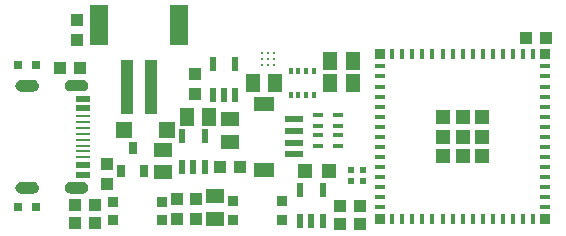
<source format=gbr>
G04 EAGLE Gerber RS-274X export*
G75*
%MOMM*%
%FSLAX34Y34*%
%LPD*%
%INSolderpaste Top*%
%IPPOS*%
%AMOC8*
5,1,8,0,0,1.08239X$1,22.5*%
G01*
%ADD10R,1.500000X1.240000*%
%ADD11R,0.550000X1.200000*%
%ADD12R,1.400000X1.400000*%
%ADD13R,1.000000X4.600000*%
%ADD14R,1.600000X3.400000*%
%ADD15R,0.800000X0.800000*%
%ADD16R,1.075000X1.000000*%
%ADD17R,1.240000X1.500000*%
%ADD18R,0.900000X0.900000*%
%ADD19R,1.000000X1.075000*%
%ADD20R,0.635000X1.016000*%
%ADD21R,1.150000X0.575000*%
%ADD22R,1.150000X0.275000*%
%ADD23R,0.406400X0.812800*%
%ADD24R,0.812800X0.406400*%
%ADD25R,0.812800X0.812800*%
%ADD26R,1.193800X1.193800*%
%ADD27C,0.275000*%
%ADD28R,1.550000X0.600000*%
%ADD29R,1.800000X1.200000*%
%ADD30R,0.500000X0.500000*%
%ADD31R,0.350000X0.500000*%
%ADD32R,1.200000X1.300000*%
%ADD33R,0.900000X0.450000*%

G36*
X61468Y152649D02*
X61468Y152649D01*
X61469Y152649D01*
X62542Y152770D01*
X62543Y152771D01*
X62544Y152770D01*
X63564Y153127D01*
X63564Y153128D01*
X63565Y153128D01*
X64480Y153703D01*
X64481Y153703D01*
X65245Y154468D01*
X65820Y155383D01*
X65820Y155384D01*
X65821Y155384D01*
X66178Y156404D01*
X66178Y156405D01*
X66177Y156405D01*
X66178Y156406D01*
X66178Y156410D01*
X66179Y156415D01*
X66180Y156420D01*
X66182Y156440D01*
X66182Y156444D01*
X66182Y156445D01*
X66183Y156449D01*
X66183Y156450D01*
X66183Y156454D01*
X66184Y156459D01*
X66185Y156464D01*
X66185Y156469D01*
X66186Y156474D01*
X66186Y156479D01*
X66188Y156499D01*
X66189Y156499D01*
X66189Y156504D01*
X66190Y156509D01*
X66190Y156514D01*
X66191Y156519D01*
X66191Y156524D01*
X66192Y156529D01*
X66192Y156534D01*
X66193Y156539D01*
X66195Y156559D01*
X66196Y156564D01*
X66196Y156569D01*
X66197Y156574D01*
X66197Y156579D01*
X66198Y156584D01*
X66199Y156589D01*
X66199Y156594D01*
X66202Y156618D01*
X66202Y156623D01*
X66203Y156623D01*
X66202Y156623D01*
X66203Y156628D01*
X66204Y156633D01*
X66204Y156638D01*
X66205Y156643D01*
X66205Y156648D01*
X66206Y156653D01*
X66209Y156678D01*
X66209Y156683D01*
X66210Y156688D01*
X66210Y156693D01*
X66211Y156698D01*
X66211Y156703D01*
X66212Y156708D01*
X66213Y156713D01*
X66215Y156733D01*
X66215Y156738D01*
X66216Y156743D01*
X66216Y156748D01*
X66217Y156748D01*
X66216Y156748D01*
X66217Y156753D01*
X66218Y156758D01*
X66218Y156762D01*
X66218Y156763D01*
X66219Y156767D01*
X66219Y156768D01*
X66219Y156772D01*
X66222Y156792D01*
X66222Y156797D01*
X66223Y156802D01*
X66223Y156807D01*
X66224Y156812D01*
X66224Y156817D01*
X66225Y156822D01*
X66225Y156827D01*
X66226Y156832D01*
X66228Y156852D01*
X66229Y156857D01*
X66229Y156862D01*
X66230Y156867D01*
X66230Y156872D01*
X66231Y156872D01*
X66230Y156872D01*
X66231Y156877D01*
X66232Y156882D01*
X66232Y156887D01*
X66233Y156892D01*
X66235Y156912D01*
X66236Y156917D01*
X66236Y156921D01*
X66236Y156922D01*
X66237Y156926D01*
X66237Y156927D01*
X66237Y156931D01*
X66238Y156936D01*
X66238Y156941D01*
X66239Y156946D01*
X66242Y156971D01*
X66242Y156976D01*
X66243Y156981D01*
X66243Y156986D01*
X66244Y156991D01*
X66244Y156996D01*
X66245Y156996D01*
X66244Y156996D01*
X66245Y157001D01*
X66246Y157006D01*
X66248Y157031D01*
X66249Y157036D01*
X66250Y157041D01*
X66250Y157046D01*
X66251Y157051D01*
X66251Y157056D01*
X66252Y157061D01*
X66252Y157066D01*
X66255Y157085D01*
X66255Y157086D01*
X66255Y157090D01*
X66256Y157095D01*
X66256Y157100D01*
X66257Y157105D01*
X66257Y157110D01*
X66258Y157115D01*
X66258Y157120D01*
X66259Y157120D01*
X66258Y157120D01*
X66259Y157125D01*
X66261Y157145D01*
X66262Y157150D01*
X66262Y157155D01*
X66263Y157160D01*
X66264Y157165D01*
X66264Y157170D01*
X66265Y157175D01*
X66265Y157180D01*
X66266Y157185D01*
X66268Y157205D01*
X66269Y157210D01*
X66269Y157215D01*
X66270Y157220D01*
X66270Y157225D01*
X66271Y157230D01*
X66271Y157235D01*
X66272Y157239D01*
X66272Y157240D01*
X66272Y157244D01*
X66273Y157244D01*
X66272Y157245D01*
X66275Y157264D01*
X66275Y157269D01*
X66276Y157274D01*
X66276Y157279D01*
X66277Y157284D01*
X66278Y157289D01*
X66278Y157294D01*
X66279Y157299D01*
X66281Y157324D01*
X66282Y157329D01*
X66283Y157334D01*
X66283Y157339D01*
X66284Y157344D01*
X66284Y157349D01*
X66285Y157354D01*
X66285Y157359D01*
X66288Y157384D01*
X66289Y157389D01*
X66289Y157394D01*
X66290Y157398D01*
X66290Y157399D01*
X66290Y157403D01*
X66290Y157404D01*
X66291Y157408D01*
X66292Y157413D01*
X66292Y157418D01*
X66294Y157438D01*
X66295Y157443D01*
X66295Y157448D01*
X66296Y157453D01*
X66297Y157458D01*
X66297Y157463D01*
X66298Y157468D01*
X66298Y157473D01*
X66299Y157478D01*
X66299Y157479D01*
X66299Y157480D01*
X66299Y157481D01*
X66172Y158611D01*
X66171Y158611D01*
X66171Y158612D01*
X65796Y159686D01*
X65795Y159686D01*
X65795Y159687D01*
X65190Y160650D01*
X65189Y160650D01*
X65189Y160651D01*
X64385Y161455D01*
X64384Y161455D01*
X64384Y161456D01*
X63421Y162061D01*
X63420Y162061D01*
X63420Y162062D01*
X62346Y162437D01*
X62345Y162437D01*
X62345Y162438D01*
X61215Y162565D01*
X61214Y162565D01*
X51562Y162565D01*
X51561Y162565D01*
X51312Y162537D01*
X51268Y162532D01*
X51224Y162527D01*
X51180Y162522D01*
X50651Y162462D01*
X50607Y162457D01*
X50563Y162452D01*
X50562Y162452D01*
X50518Y162447D01*
X50431Y162438D01*
X50431Y162437D01*
X50430Y162437D01*
X49356Y162062D01*
X49356Y162061D01*
X49355Y162061D01*
X48392Y161456D01*
X48392Y161455D01*
X48391Y161455D01*
X47587Y160651D01*
X47587Y160650D01*
X47586Y160650D01*
X46981Y159687D01*
X46981Y159686D01*
X46980Y159686D01*
X46605Y158612D01*
X46605Y158611D01*
X46604Y158611D01*
X46602Y158592D01*
X46602Y158587D01*
X46601Y158582D01*
X46601Y158577D01*
X46600Y158572D01*
X46600Y158567D01*
X46599Y158562D01*
X46598Y158558D01*
X46598Y158557D01*
X46598Y158553D01*
X46598Y158552D01*
X46596Y158533D01*
X46595Y158528D01*
X46595Y158523D01*
X46594Y158523D01*
X46595Y158523D01*
X46594Y158518D01*
X46593Y158513D01*
X46593Y158508D01*
X46592Y158503D01*
X46592Y158498D01*
X46591Y158493D01*
X46589Y158473D01*
X46588Y158468D01*
X46588Y158463D01*
X46587Y158458D01*
X46587Y158453D01*
X46586Y158448D01*
X46586Y158443D01*
X46585Y158438D01*
X46584Y158433D01*
X46582Y158413D01*
X46582Y158408D01*
X46581Y158403D01*
X46581Y158399D01*
X46580Y158398D01*
X46581Y158398D01*
X46580Y158394D01*
X46580Y158393D01*
X46579Y158389D01*
X46579Y158384D01*
X46578Y158379D01*
X46578Y158374D01*
X46575Y158354D01*
X46575Y158349D01*
X46574Y158344D01*
X46574Y158339D01*
X46573Y158334D01*
X46573Y158329D01*
X46572Y158324D01*
X46572Y158319D01*
X46571Y158314D01*
X46569Y158294D01*
X46568Y158289D01*
X46568Y158284D01*
X46567Y158279D01*
X46567Y158274D01*
X46566Y158274D01*
X46567Y158274D01*
X46566Y158269D01*
X46565Y158264D01*
X46565Y158259D01*
X46564Y158254D01*
X46562Y158235D01*
X46562Y158234D01*
X46561Y158230D01*
X46561Y158225D01*
X46560Y158220D01*
X46560Y158215D01*
X46559Y158210D01*
X46559Y158205D01*
X46558Y158200D01*
X46558Y158195D01*
X46555Y158175D01*
X46555Y158170D01*
X46554Y158165D01*
X46554Y158160D01*
X46553Y158155D01*
X46553Y158150D01*
X46552Y158150D01*
X46553Y158150D01*
X46552Y158145D01*
X46551Y158140D01*
X46551Y158135D01*
X46549Y158115D01*
X46548Y158110D01*
X46547Y158105D01*
X46547Y158100D01*
X46546Y158095D01*
X46546Y158090D01*
X46545Y158085D01*
X46545Y158081D01*
X46545Y158080D01*
X46544Y158076D01*
X46544Y158075D01*
X46542Y158056D01*
X46541Y158051D01*
X46541Y158046D01*
X46540Y158041D01*
X46540Y158036D01*
X46539Y158031D01*
X46539Y158026D01*
X46538Y158026D01*
X46539Y158026D01*
X46538Y158021D01*
X46537Y158016D01*
X46535Y157996D01*
X46535Y157991D01*
X46534Y157986D01*
X46533Y157981D01*
X46533Y157976D01*
X46532Y157971D01*
X46532Y157966D01*
X46531Y157961D01*
X46528Y157936D01*
X46528Y157931D01*
X46527Y157926D01*
X46527Y157922D01*
X46527Y157921D01*
X46526Y157917D01*
X46526Y157916D01*
X46526Y157912D01*
X46525Y157907D01*
X46525Y157902D01*
X46524Y157902D01*
X46525Y157902D01*
X46522Y157877D01*
X46521Y157872D01*
X46521Y157867D01*
X46520Y157862D01*
X46519Y157857D01*
X46519Y157852D01*
X46518Y157847D01*
X46518Y157842D01*
X46515Y157817D01*
X46514Y157812D01*
X46514Y157807D01*
X46513Y157802D01*
X46513Y157797D01*
X46512Y157792D01*
X46512Y157787D01*
X46511Y157782D01*
X46508Y157758D01*
X46508Y157757D01*
X46508Y157753D01*
X46507Y157748D01*
X46507Y157743D01*
X46506Y157738D01*
X46505Y157733D01*
X46505Y157728D01*
X46504Y157723D01*
X46502Y157698D01*
X46501Y157693D01*
X46500Y157688D01*
X46500Y157683D01*
X46499Y157678D01*
X46499Y157673D01*
X46498Y157668D01*
X46498Y157663D01*
X46495Y157643D01*
X46495Y157638D01*
X46494Y157633D01*
X46494Y157628D01*
X46493Y157623D01*
X46493Y157618D01*
X46492Y157613D01*
X46491Y157608D01*
X46491Y157604D01*
X46491Y157603D01*
X46489Y157584D01*
X46488Y157579D01*
X46488Y157574D01*
X46487Y157569D01*
X46486Y157564D01*
X46486Y157559D01*
X46485Y157554D01*
X46485Y157549D01*
X46484Y157544D01*
X46482Y157524D01*
X46481Y157519D01*
X46481Y157514D01*
X46480Y157509D01*
X46480Y157504D01*
X46479Y157499D01*
X46479Y157494D01*
X46478Y157489D01*
X46477Y157484D01*
X46477Y157481D01*
X46478Y157480D01*
X46477Y157479D01*
X46598Y156406D01*
X46599Y156405D01*
X46598Y156404D01*
X46955Y155384D01*
X46956Y155384D01*
X46956Y155383D01*
X47531Y154468D01*
X48296Y153703D01*
X49211Y153128D01*
X49212Y153128D01*
X49212Y153127D01*
X50232Y152770D01*
X50233Y152771D01*
X50234Y152770D01*
X51307Y152649D01*
X51308Y152649D01*
X61468Y152649D01*
X61468Y152649D01*
G37*
G36*
X19685Y152522D02*
X19685Y152522D01*
X19686Y152522D01*
X20759Y152643D01*
X20760Y152644D01*
X20761Y152643D01*
X21781Y153000D01*
X21781Y153001D01*
X21782Y153001D01*
X22697Y153576D01*
X22698Y153576D01*
X23462Y154341D01*
X24037Y155256D01*
X24037Y155257D01*
X24038Y155257D01*
X24395Y156277D01*
X24395Y156278D01*
X24394Y156278D01*
X24395Y156279D01*
X24395Y156283D01*
X24396Y156288D01*
X24397Y156293D01*
X24399Y156313D01*
X24399Y156317D01*
X24399Y156318D01*
X24400Y156322D01*
X24400Y156323D01*
X24400Y156327D01*
X24401Y156332D01*
X24402Y156337D01*
X24402Y156342D01*
X24403Y156347D01*
X24403Y156352D01*
X24405Y156372D01*
X24406Y156372D01*
X24406Y156377D01*
X24407Y156382D01*
X24407Y156387D01*
X24408Y156392D01*
X24408Y156397D01*
X24409Y156402D01*
X24409Y156407D01*
X24410Y156412D01*
X24412Y156432D01*
X24413Y156437D01*
X24413Y156442D01*
X24414Y156447D01*
X24414Y156452D01*
X24415Y156457D01*
X24416Y156462D01*
X24416Y156467D01*
X24419Y156491D01*
X24419Y156496D01*
X24420Y156496D01*
X24419Y156496D01*
X24420Y156501D01*
X24421Y156506D01*
X24421Y156511D01*
X24422Y156516D01*
X24422Y156521D01*
X24423Y156526D01*
X24426Y156551D01*
X24426Y156556D01*
X24427Y156561D01*
X24427Y156566D01*
X24428Y156571D01*
X24428Y156576D01*
X24429Y156581D01*
X24430Y156586D01*
X24432Y156606D01*
X24432Y156611D01*
X24433Y156616D01*
X24433Y156621D01*
X24434Y156621D01*
X24433Y156621D01*
X24434Y156626D01*
X24435Y156631D01*
X24435Y156635D01*
X24435Y156636D01*
X24436Y156640D01*
X24436Y156641D01*
X24436Y156645D01*
X24439Y156665D01*
X24439Y156670D01*
X24440Y156675D01*
X24440Y156680D01*
X24441Y156685D01*
X24441Y156690D01*
X24442Y156695D01*
X24442Y156700D01*
X24443Y156705D01*
X24445Y156725D01*
X24446Y156730D01*
X24446Y156735D01*
X24447Y156740D01*
X24447Y156745D01*
X24448Y156745D01*
X24447Y156745D01*
X24448Y156750D01*
X24449Y156755D01*
X24449Y156760D01*
X24450Y156765D01*
X24452Y156785D01*
X24453Y156790D01*
X24453Y156794D01*
X24453Y156795D01*
X24454Y156799D01*
X24454Y156800D01*
X24454Y156804D01*
X24455Y156809D01*
X24455Y156814D01*
X24456Y156819D01*
X24459Y156844D01*
X24459Y156849D01*
X24460Y156854D01*
X24460Y156859D01*
X24461Y156864D01*
X24461Y156869D01*
X24462Y156869D01*
X24461Y156869D01*
X24462Y156874D01*
X24463Y156879D01*
X24465Y156904D01*
X24466Y156909D01*
X24467Y156914D01*
X24467Y156919D01*
X24468Y156924D01*
X24468Y156929D01*
X24469Y156934D01*
X24469Y156939D01*
X24472Y156958D01*
X24472Y156959D01*
X24472Y156963D01*
X24473Y156968D01*
X24473Y156973D01*
X24474Y156978D01*
X24474Y156983D01*
X24475Y156988D01*
X24475Y156993D01*
X24476Y156993D01*
X24475Y156993D01*
X24476Y156998D01*
X24478Y157018D01*
X24479Y157023D01*
X24479Y157028D01*
X24480Y157033D01*
X24481Y157038D01*
X24481Y157043D01*
X24482Y157048D01*
X24482Y157053D01*
X24483Y157058D01*
X24485Y157078D01*
X24486Y157083D01*
X24486Y157088D01*
X24487Y157093D01*
X24487Y157098D01*
X24488Y157103D01*
X24488Y157108D01*
X24489Y157112D01*
X24489Y157113D01*
X24489Y157117D01*
X24490Y157117D01*
X24489Y157118D01*
X24492Y157137D01*
X24492Y157142D01*
X24493Y157147D01*
X24493Y157152D01*
X24494Y157157D01*
X24495Y157162D01*
X24495Y157167D01*
X24496Y157172D01*
X24498Y157197D01*
X24499Y157202D01*
X24500Y157207D01*
X24500Y157212D01*
X24501Y157217D01*
X24501Y157222D01*
X24502Y157227D01*
X24502Y157232D01*
X24505Y157257D01*
X24506Y157262D01*
X24506Y157267D01*
X24507Y157271D01*
X24507Y157272D01*
X24507Y157276D01*
X24507Y157277D01*
X24508Y157281D01*
X24509Y157286D01*
X24509Y157291D01*
X24511Y157311D01*
X24512Y157316D01*
X24512Y157321D01*
X24513Y157326D01*
X24514Y157331D01*
X24514Y157336D01*
X24515Y157341D01*
X24515Y157346D01*
X24516Y157351D01*
X24516Y157352D01*
X24516Y157353D01*
X24516Y157354D01*
X24389Y158484D01*
X24388Y158484D01*
X24388Y158485D01*
X24013Y159559D01*
X24012Y159559D01*
X24012Y159560D01*
X23407Y160523D01*
X23406Y160523D01*
X23406Y160524D01*
X22602Y161328D01*
X22601Y161328D01*
X22601Y161329D01*
X21638Y161934D01*
X21637Y161934D01*
X21637Y161935D01*
X20563Y162310D01*
X20562Y162310D01*
X20562Y162311D01*
X19432Y162438D01*
X19431Y162438D01*
X9779Y162438D01*
X9778Y162438D01*
X9529Y162410D01*
X9485Y162405D01*
X9441Y162400D01*
X9397Y162395D01*
X8868Y162335D01*
X8824Y162330D01*
X8780Y162325D01*
X8779Y162325D01*
X8735Y162320D01*
X8648Y162311D01*
X8648Y162310D01*
X8647Y162310D01*
X7573Y161935D01*
X7573Y161934D01*
X7572Y161934D01*
X6609Y161329D01*
X6609Y161328D01*
X6608Y161328D01*
X5804Y160524D01*
X5804Y160523D01*
X5803Y160523D01*
X5198Y159560D01*
X5198Y159559D01*
X5197Y159559D01*
X4822Y158485D01*
X4822Y158484D01*
X4821Y158484D01*
X4819Y158465D01*
X4819Y158460D01*
X4818Y158455D01*
X4818Y158450D01*
X4817Y158445D01*
X4817Y158440D01*
X4816Y158435D01*
X4815Y158431D01*
X4815Y158430D01*
X4815Y158426D01*
X4815Y158425D01*
X4813Y158406D01*
X4812Y158401D01*
X4812Y158396D01*
X4811Y158396D01*
X4812Y158396D01*
X4811Y158391D01*
X4810Y158386D01*
X4810Y158381D01*
X4809Y158376D01*
X4809Y158371D01*
X4808Y158366D01*
X4806Y158346D01*
X4805Y158341D01*
X4805Y158336D01*
X4804Y158331D01*
X4804Y158326D01*
X4803Y158321D01*
X4803Y158316D01*
X4802Y158311D01*
X4801Y158306D01*
X4799Y158286D01*
X4799Y158281D01*
X4798Y158276D01*
X4798Y158272D01*
X4797Y158271D01*
X4798Y158271D01*
X4797Y158267D01*
X4797Y158266D01*
X4796Y158262D01*
X4796Y158257D01*
X4795Y158252D01*
X4795Y158247D01*
X4792Y158227D01*
X4792Y158222D01*
X4791Y158217D01*
X4791Y158212D01*
X4790Y158207D01*
X4790Y158202D01*
X4789Y158197D01*
X4789Y158192D01*
X4788Y158187D01*
X4786Y158167D01*
X4785Y158162D01*
X4785Y158157D01*
X4784Y158152D01*
X4784Y158147D01*
X4783Y158147D01*
X4784Y158147D01*
X4783Y158142D01*
X4782Y158137D01*
X4782Y158132D01*
X4781Y158127D01*
X4779Y158108D01*
X4779Y158107D01*
X4778Y158103D01*
X4778Y158098D01*
X4777Y158093D01*
X4777Y158088D01*
X4776Y158083D01*
X4776Y158078D01*
X4775Y158073D01*
X4775Y158068D01*
X4772Y158048D01*
X4772Y158043D01*
X4771Y158038D01*
X4771Y158033D01*
X4770Y158028D01*
X4770Y158023D01*
X4769Y158023D01*
X4770Y158023D01*
X4769Y158018D01*
X4768Y158013D01*
X4768Y158008D01*
X4766Y157988D01*
X4765Y157983D01*
X4764Y157978D01*
X4764Y157973D01*
X4763Y157968D01*
X4763Y157963D01*
X4762Y157958D01*
X4762Y157954D01*
X4762Y157953D01*
X4761Y157949D01*
X4761Y157948D01*
X4759Y157929D01*
X4758Y157924D01*
X4758Y157919D01*
X4757Y157914D01*
X4757Y157909D01*
X4756Y157904D01*
X4756Y157899D01*
X4755Y157899D01*
X4756Y157899D01*
X4755Y157894D01*
X4754Y157889D01*
X4752Y157869D01*
X4752Y157864D01*
X4751Y157859D01*
X4750Y157854D01*
X4750Y157849D01*
X4749Y157844D01*
X4749Y157839D01*
X4748Y157834D01*
X4745Y157809D01*
X4745Y157804D01*
X4744Y157799D01*
X4744Y157795D01*
X4744Y157794D01*
X4743Y157790D01*
X4743Y157789D01*
X4743Y157785D01*
X4742Y157780D01*
X4742Y157775D01*
X4741Y157775D01*
X4742Y157775D01*
X4739Y157750D01*
X4738Y157745D01*
X4738Y157740D01*
X4737Y157735D01*
X4736Y157730D01*
X4736Y157725D01*
X4735Y157720D01*
X4735Y157715D01*
X4732Y157690D01*
X4731Y157685D01*
X4731Y157680D01*
X4730Y157675D01*
X4730Y157670D01*
X4729Y157665D01*
X4729Y157660D01*
X4728Y157655D01*
X4725Y157631D01*
X4725Y157630D01*
X4725Y157626D01*
X4724Y157621D01*
X4724Y157616D01*
X4723Y157611D01*
X4722Y157606D01*
X4722Y157601D01*
X4721Y157596D01*
X4719Y157571D01*
X4718Y157566D01*
X4717Y157561D01*
X4717Y157556D01*
X4716Y157551D01*
X4716Y157546D01*
X4715Y157541D01*
X4715Y157536D01*
X4712Y157516D01*
X4712Y157511D01*
X4711Y157506D01*
X4711Y157501D01*
X4710Y157496D01*
X4710Y157491D01*
X4709Y157486D01*
X4708Y157481D01*
X4708Y157477D01*
X4708Y157476D01*
X4706Y157457D01*
X4705Y157452D01*
X4705Y157447D01*
X4704Y157442D01*
X4703Y157437D01*
X4703Y157432D01*
X4702Y157427D01*
X4702Y157422D01*
X4701Y157417D01*
X4699Y157397D01*
X4698Y157392D01*
X4698Y157387D01*
X4697Y157382D01*
X4697Y157377D01*
X4696Y157372D01*
X4696Y157367D01*
X4695Y157362D01*
X4694Y157357D01*
X4694Y157354D01*
X4695Y157353D01*
X4694Y157352D01*
X4815Y156279D01*
X4816Y156278D01*
X4815Y156277D01*
X5172Y155257D01*
X5173Y155257D01*
X5173Y155256D01*
X5748Y154341D01*
X6513Y153576D01*
X7428Y153001D01*
X7429Y153001D01*
X7429Y153000D01*
X8449Y152643D01*
X8450Y152644D01*
X8451Y152643D01*
X9524Y152522D01*
X9525Y152522D01*
X19685Y152522D01*
X19685Y152522D01*
G37*
G36*
X61595Y66162D02*
X61595Y66162D01*
X61596Y66162D01*
X62669Y66283D01*
X62670Y66284D01*
X62671Y66283D01*
X63691Y66640D01*
X63691Y66641D01*
X63692Y66641D01*
X64607Y67216D01*
X64608Y67216D01*
X65372Y67981D01*
X65947Y68896D01*
X65947Y68897D01*
X65948Y68897D01*
X66305Y69917D01*
X66305Y69918D01*
X66304Y69918D01*
X66305Y69919D01*
X66305Y69923D01*
X66306Y69928D01*
X66307Y69933D01*
X66309Y69953D01*
X66309Y69957D01*
X66309Y69958D01*
X66310Y69962D01*
X66310Y69963D01*
X66310Y69967D01*
X66311Y69972D01*
X66312Y69977D01*
X66312Y69982D01*
X66313Y69987D01*
X66313Y69992D01*
X66315Y70012D01*
X66316Y70012D01*
X66316Y70017D01*
X66317Y70022D01*
X66317Y70027D01*
X66318Y70032D01*
X66318Y70037D01*
X66319Y70042D01*
X66319Y70047D01*
X66320Y70052D01*
X66322Y70072D01*
X66323Y70077D01*
X66323Y70082D01*
X66324Y70087D01*
X66324Y70092D01*
X66325Y70097D01*
X66326Y70102D01*
X66326Y70107D01*
X66329Y70131D01*
X66329Y70136D01*
X66330Y70136D01*
X66329Y70136D01*
X66330Y70141D01*
X66331Y70146D01*
X66331Y70151D01*
X66332Y70156D01*
X66332Y70161D01*
X66333Y70166D01*
X66336Y70191D01*
X66336Y70196D01*
X66337Y70201D01*
X66337Y70206D01*
X66338Y70211D01*
X66338Y70216D01*
X66339Y70221D01*
X66340Y70226D01*
X66342Y70246D01*
X66342Y70251D01*
X66343Y70256D01*
X66343Y70261D01*
X66344Y70261D01*
X66343Y70261D01*
X66344Y70266D01*
X66345Y70271D01*
X66345Y70275D01*
X66345Y70276D01*
X66346Y70280D01*
X66346Y70281D01*
X66346Y70285D01*
X66349Y70305D01*
X66349Y70310D01*
X66350Y70315D01*
X66350Y70320D01*
X66351Y70325D01*
X66351Y70330D01*
X66352Y70335D01*
X66352Y70340D01*
X66353Y70345D01*
X66355Y70365D01*
X66356Y70370D01*
X66356Y70375D01*
X66357Y70380D01*
X66357Y70385D01*
X66358Y70385D01*
X66357Y70385D01*
X66358Y70390D01*
X66359Y70395D01*
X66359Y70400D01*
X66360Y70405D01*
X66362Y70425D01*
X66363Y70430D01*
X66363Y70434D01*
X66363Y70435D01*
X66364Y70439D01*
X66364Y70440D01*
X66364Y70444D01*
X66365Y70449D01*
X66365Y70454D01*
X66366Y70459D01*
X66369Y70484D01*
X66369Y70489D01*
X66370Y70494D01*
X66370Y70499D01*
X66371Y70504D01*
X66371Y70509D01*
X66372Y70509D01*
X66371Y70509D01*
X66372Y70514D01*
X66373Y70519D01*
X66375Y70544D01*
X66376Y70549D01*
X66377Y70554D01*
X66377Y70559D01*
X66378Y70564D01*
X66378Y70569D01*
X66379Y70574D01*
X66379Y70579D01*
X66382Y70598D01*
X66382Y70599D01*
X66382Y70603D01*
X66383Y70608D01*
X66383Y70613D01*
X66384Y70618D01*
X66384Y70623D01*
X66385Y70628D01*
X66385Y70633D01*
X66386Y70633D01*
X66385Y70633D01*
X66386Y70638D01*
X66388Y70658D01*
X66389Y70663D01*
X66389Y70668D01*
X66390Y70673D01*
X66391Y70678D01*
X66391Y70683D01*
X66392Y70688D01*
X66392Y70693D01*
X66393Y70698D01*
X66395Y70718D01*
X66396Y70723D01*
X66396Y70728D01*
X66397Y70733D01*
X66397Y70738D01*
X66398Y70743D01*
X66398Y70748D01*
X66399Y70752D01*
X66399Y70753D01*
X66399Y70757D01*
X66400Y70757D01*
X66399Y70758D01*
X66402Y70777D01*
X66402Y70782D01*
X66403Y70787D01*
X66403Y70792D01*
X66404Y70797D01*
X66405Y70802D01*
X66405Y70807D01*
X66406Y70812D01*
X66408Y70837D01*
X66409Y70842D01*
X66410Y70847D01*
X66410Y70852D01*
X66411Y70857D01*
X66411Y70862D01*
X66412Y70867D01*
X66412Y70872D01*
X66415Y70897D01*
X66416Y70902D01*
X66416Y70907D01*
X66417Y70911D01*
X66417Y70912D01*
X66417Y70916D01*
X66417Y70917D01*
X66418Y70921D01*
X66419Y70926D01*
X66419Y70931D01*
X66421Y70951D01*
X66422Y70956D01*
X66422Y70961D01*
X66423Y70966D01*
X66424Y70971D01*
X66424Y70976D01*
X66425Y70981D01*
X66425Y70986D01*
X66426Y70991D01*
X66426Y70992D01*
X66426Y70993D01*
X66426Y70994D01*
X66299Y72124D01*
X66298Y72124D01*
X66298Y72125D01*
X65923Y73199D01*
X65922Y73199D01*
X65922Y73200D01*
X65317Y74163D01*
X65316Y74163D01*
X65316Y74164D01*
X64512Y74968D01*
X64511Y74968D01*
X64511Y74969D01*
X63548Y75574D01*
X63547Y75574D01*
X63547Y75575D01*
X62473Y75950D01*
X62472Y75950D01*
X62472Y75951D01*
X61342Y76078D01*
X61341Y76078D01*
X51689Y76078D01*
X51688Y76078D01*
X51439Y76050D01*
X51395Y76045D01*
X51351Y76040D01*
X51307Y76035D01*
X50778Y75975D01*
X50734Y75970D01*
X50690Y75965D01*
X50689Y75965D01*
X50645Y75960D01*
X50558Y75951D01*
X50558Y75950D01*
X50557Y75950D01*
X49483Y75575D01*
X49483Y75574D01*
X49482Y75574D01*
X48519Y74969D01*
X48519Y74968D01*
X48518Y74968D01*
X47714Y74164D01*
X47714Y74163D01*
X47713Y74163D01*
X47108Y73200D01*
X47108Y73199D01*
X47107Y73199D01*
X46732Y72125D01*
X46732Y72124D01*
X46731Y72124D01*
X46729Y72105D01*
X46729Y72100D01*
X46728Y72095D01*
X46728Y72090D01*
X46727Y72085D01*
X46727Y72080D01*
X46726Y72075D01*
X46725Y72071D01*
X46725Y72070D01*
X46725Y72066D01*
X46725Y72065D01*
X46723Y72046D01*
X46722Y72041D01*
X46722Y72036D01*
X46721Y72036D01*
X46722Y72036D01*
X46721Y72031D01*
X46720Y72026D01*
X46720Y72021D01*
X46719Y72016D01*
X46719Y72011D01*
X46718Y72006D01*
X46716Y71986D01*
X46715Y71981D01*
X46715Y71976D01*
X46714Y71971D01*
X46714Y71966D01*
X46713Y71961D01*
X46713Y71956D01*
X46712Y71951D01*
X46711Y71946D01*
X46709Y71926D01*
X46709Y71921D01*
X46708Y71916D01*
X46708Y71912D01*
X46707Y71911D01*
X46708Y71911D01*
X46707Y71907D01*
X46707Y71906D01*
X46706Y71902D01*
X46706Y71897D01*
X46705Y71892D01*
X46705Y71887D01*
X46702Y71867D01*
X46702Y71862D01*
X46701Y71857D01*
X46701Y71852D01*
X46700Y71847D01*
X46700Y71842D01*
X46699Y71837D01*
X46699Y71832D01*
X46698Y71827D01*
X46696Y71807D01*
X46695Y71802D01*
X46695Y71797D01*
X46694Y71792D01*
X46694Y71787D01*
X46693Y71787D01*
X46694Y71787D01*
X46693Y71782D01*
X46692Y71777D01*
X46692Y71772D01*
X46691Y71767D01*
X46689Y71748D01*
X46689Y71747D01*
X46688Y71743D01*
X46688Y71738D01*
X46687Y71733D01*
X46687Y71728D01*
X46686Y71723D01*
X46686Y71718D01*
X46685Y71713D01*
X46685Y71708D01*
X46682Y71688D01*
X46682Y71683D01*
X46681Y71678D01*
X46681Y71673D01*
X46680Y71668D01*
X46680Y71663D01*
X46679Y71663D01*
X46680Y71663D01*
X46679Y71658D01*
X46678Y71653D01*
X46678Y71648D01*
X46676Y71628D01*
X46675Y71623D01*
X46674Y71618D01*
X46674Y71613D01*
X46673Y71608D01*
X46673Y71603D01*
X46672Y71598D01*
X46672Y71594D01*
X46672Y71593D01*
X46671Y71589D01*
X46671Y71588D01*
X46669Y71569D01*
X46668Y71564D01*
X46668Y71559D01*
X46667Y71554D01*
X46667Y71549D01*
X46666Y71544D01*
X46666Y71539D01*
X46665Y71539D01*
X46666Y71539D01*
X46665Y71534D01*
X46664Y71529D01*
X46662Y71509D01*
X46662Y71504D01*
X46661Y71499D01*
X46660Y71494D01*
X46660Y71489D01*
X46659Y71484D01*
X46659Y71479D01*
X46658Y71474D01*
X46655Y71449D01*
X46655Y71444D01*
X46654Y71439D01*
X46654Y71435D01*
X46654Y71434D01*
X46653Y71430D01*
X46653Y71429D01*
X46653Y71425D01*
X46652Y71420D01*
X46652Y71415D01*
X46651Y71415D01*
X46652Y71415D01*
X46649Y71390D01*
X46648Y71385D01*
X46648Y71380D01*
X46647Y71375D01*
X46646Y71370D01*
X46646Y71365D01*
X46645Y71360D01*
X46645Y71355D01*
X46642Y71330D01*
X46641Y71325D01*
X46641Y71320D01*
X46640Y71315D01*
X46640Y71310D01*
X46639Y71305D01*
X46639Y71300D01*
X46638Y71295D01*
X46635Y71271D01*
X46635Y71270D01*
X46635Y71266D01*
X46634Y71261D01*
X46634Y71256D01*
X46633Y71251D01*
X46632Y71246D01*
X46632Y71241D01*
X46631Y71236D01*
X46629Y71211D01*
X46628Y71206D01*
X46627Y71201D01*
X46627Y71196D01*
X46626Y71191D01*
X46626Y71186D01*
X46625Y71181D01*
X46625Y71176D01*
X46622Y71156D01*
X46622Y71151D01*
X46621Y71146D01*
X46621Y71141D01*
X46620Y71136D01*
X46620Y71131D01*
X46619Y71126D01*
X46618Y71121D01*
X46618Y71117D01*
X46618Y71116D01*
X46616Y71097D01*
X46615Y71092D01*
X46615Y71087D01*
X46614Y71082D01*
X46613Y71077D01*
X46613Y71072D01*
X46612Y71067D01*
X46612Y71062D01*
X46611Y71057D01*
X46609Y71037D01*
X46608Y71032D01*
X46608Y71027D01*
X46607Y71022D01*
X46607Y71017D01*
X46606Y71012D01*
X46606Y71007D01*
X46605Y71002D01*
X46604Y70997D01*
X46604Y70994D01*
X46605Y70993D01*
X46604Y70992D01*
X46725Y69919D01*
X46726Y69918D01*
X46725Y69917D01*
X47082Y68897D01*
X47083Y68897D01*
X47083Y68896D01*
X47658Y67981D01*
X48423Y67216D01*
X49338Y66641D01*
X49339Y66641D01*
X49339Y66640D01*
X50359Y66283D01*
X50360Y66284D01*
X50361Y66283D01*
X51434Y66162D01*
X51435Y66162D01*
X61595Y66162D01*
X61595Y66162D01*
G37*
G36*
X19685Y66162D02*
X19685Y66162D01*
X19686Y66162D01*
X20759Y66283D01*
X20760Y66284D01*
X20761Y66283D01*
X21781Y66640D01*
X21781Y66641D01*
X21782Y66641D01*
X22697Y67216D01*
X22698Y67216D01*
X23462Y67981D01*
X24037Y68896D01*
X24037Y68897D01*
X24038Y68897D01*
X24395Y69917D01*
X24395Y69918D01*
X24394Y69918D01*
X24395Y69919D01*
X24395Y69923D01*
X24396Y69928D01*
X24397Y69933D01*
X24399Y69953D01*
X24399Y69957D01*
X24399Y69958D01*
X24400Y69962D01*
X24400Y69963D01*
X24400Y69967D01*
X24401Y69972D01*
X24402Y69977D01*
X24402Y69982D01*
X24403Y69987D01*
X24403Y69992D01*
X24405Y70012D01*
X24406Y70012D01*
X24406Y70017D01*
X24407Y70022D01*
X24407Y70027D01*
X24408Y70032D01*
X24408Y70037D01*
X24409Y70042D01*
X24409Y70047D01*
X24410Y70052D01*
X24412Y70072D01*
X24413Y70077D01*
X24413Y70082D01*
X24414Y70087D01*
X24414Y70092D01*
X24415Y70097D01*
X24416Y70102D01*
X24416Y70107D01*
X24419Y70131D01*
X24419Y70136D01*
X24420Y70136D01*
X24419Y70136D01*
X24420Y70141D01*
X24421Y70146D01*
X24421Y70151D01*
X24422Y70156D01*
X24422Y70161D01*
X24423Y70166D01*
X24426Y70191D01*
X24426Y70196D01*
X24427Y70201D01*
X24427Y70206D01*
X24428Y70211D01*
X24428Y70216D01*
X24429Y70221D01*
X24430Y70226D01*
X24432Y70246D01*
X24432Y70251D01*
X24433Y70256D01*
X24433Y70261D01*
X24434Y70261D01*
X24433Y70261D01*
X24434Y70266D01*
X24435Y70271D01*
X24435Y70275D01*
X24435Y70276D01*
X24436Y70280D01*
X24436Y70281D01*
X24436Y70285D01*
X24439Y70305D01*
X24439Y70310D01*
X24440Y70315D01*
X24440Y70320D01*
X24441Y70325D01*
X24441Y70330D01*
X24442Y70335D01*
X24442Y70340D01*
X24443Y70345D01*
X24445Y70365D01*
X24446Y70370D01*
X24446Y70375D01*
X24447Y70380D01*
X24447Y70385D01*
X24448Y70385D01*
X24447Y70385D01*
X24448Y70390D01*
X24449Y70395D01*
X24449Y70400D01*
X24450Y70405D01*
X24452Y70425D01*
X24453Y70430D01*
X24453Y70434D01*
X24453Y70435D01*
X24454Y70439D01*
X24454Y70440D01*
X24454Y70444D01*
X24455Y70449D01*
X24455Y70454D01*
X24456Y70459D01*
X24459Y70484D01*
X24459Y70489D01*
X24460Y70494D01*
X24460Y70499D01*
X24461Y70504D01*
X24461Y70509D01*
X24462Y70509D01*
X24461Y70509D01*
X24462Y70514D01*
X24463Y70519D01*
X24465Y70544D01*
X24466Y70549D01*
X24467Y70554D01*
X24467Y70559D01*
X24468Y70564D01*
X24468Y70569D01*
X24469Y70574D01*
X24469Y70579D01*
X24472Y70598D01*
X24472Y70599D01*
X24472Y70603D01*
X24473Y70608D01*
X24473Y70613D01*
X24474Y70618D01*
X24474Y70623D01*
X24475Y70628D01*
X24475Y70633D01*
X24476Y70633D01*
X24475Y70633D01*
X24476Y70638D01*
X24478Y70658D01*
X24479Y70663D01*
X24479Y70668D01*
X24480Y70673D01*
X24481Y70678D01*
X24481Y70683D01*
X24482Y70688D01*
X24482Y70693D01*
X24483Y70698D01*
X24485Y70718D01*
X24486Y70723D01*
X24486Y70728D01*
X24487Y70733D01*
X24487Y70738D01*
X24488Y70743D01*
X24488Y70748D01*
X24489Y70752D01*
X24489Y70753D01*
X24489Y70757D01*
X24490Y70757D01*
X24489Y70758D01*
X24492Y70777D01*
X24492Y70782D01*
X24493Y70787D01*
X24493Y70792D01*
X24494Y70797D01*
X24495Y70802D01*
X24495Y70807D01*
X24496Y70812D01*
X24498Y70837D01*
X24499Y70842D01*
X24500Y70847D01*
X24500Y70852D01*
X24501Y70857D01*
X24501Y70862D01*
X24502Y70867D01*
X24502Y70872D01*
X24505Y70897D01*
X24506Y70902D01*
X24506Y70907D01*
X24507Y70911D01*
X24507Y70912D01*
X24507Y70916D01*
X24507Y70917D01*
X24508Y70921D01*
X24509Y70926D01*
X24509Y70931D01*
X24511Y70951D01*
X24512Y70956D01*
X24512Y70961D01*
X24513Y70966D01*
X24514Y70971D01*
X24514Y70976D01*
X24515Y70981D01*
X24515Y70986D01*
X24516Y70991D01*
X24516Y70992D01*
X24516Y70993D01*
X24516Y70994D01*
X24389Y72124D01*
X24388Y72124D01*
X24388Y72125D01*
X24013Y73199D01*
X24012Y73199D01*
X24012Y73200D01*
X23407Y74163D01*
X23406Y74163D01*
X23406Y74164D01*
X22602Y74968D01*
X22601Y74968D01*
X22601Y74969D01*
X21638Y75574D01*
X21637Y75574D01*
X21637Y75575D01*
X20563Y75950D01*
X20562Y75950D01*
X20562Y75951D01*
X19432Y76078D01*
X19431Y76078D01*
X9779Y76078D01*
X9778Y76078D01*
X9529Y76050D01*
X9485Y76045D01*
X9441Y76040D01*
X9397Y76035D01*
X8868Y75975D01*
X8824Y75970D01*
X8780Y75965D01*
X8779Y75965D01*
X8735Y75960D01*
X8648Y75951D01*
X8648Y75950D01*
X8647Y75950D01*
X7573Y75575D01*
X7573Y75574D01*
X7572Y75574D01*
X6609Y74969D01*
X6609Y74968D01*
X6608Y74968D01*
X5804Y74164D01*
X5804Y74163D01*
X5803Y74163D01*
X5198Y73200D01*
X5198Y73199D01*
X5197Y73199D01*
X4822Y72125D01*
X4822Y72124D01*
X4821Y72124D01*
X4819Y72105D01*
X4819Y72100D01*
X4818Y72095D01*
X4818Y72090D01*
X4817Y72085D01*
X4817Y72080D01*
X4816Y72075D01*
X4815Y72071D01*
X4815Y72070D01*
X4815Y72066D01*
X4815Y72065D01*
X4813Y72046D01*
X4812Y72041D01*
X4812Y72036D01*
X4811Y72036D01*
X4812Y72036D01*
X4811Y72031D01*
X4810Y72026D01*
X4810Y72021D01*
X4809Y72016D01*
X4809Y72011D01*
X4808Y72006D01*
X4806Y71986D01*
X4805Y71981D01*
X4805Y71976D01*
X4804Y71971D01*
X4804Y71966D01*
X4803Y71961D01*
X4803Y71956D01*
X4802Y71951D01*
X4801Y71946D01*
X4799Y71926D01*
X4799Y71921D01*
X4798Y71916D01*
X4798Y71912D01*
X4797Y71911D01*
X4798Y71911D01*
X4797Y71907D01*
X4797Y71906D01*
X4796Y71902D01*
X4796Y71897D01*
X4795Y71892D01*
X4795Y71887D01*
X4792Y71867D01*
X4792Y71862D01*
X4791Y71857D01*
X4791Y71852D01*
X4790Y71847D01*
X4790Y71842D01*
X4789Y71837D01*
X4789Y71832D01*
X4788Y71827D01*
X4786Y71807D01*
X4785Y71802D01*
X4785Y71797D01*
X4784Y71792D01*
X4784Y71787D01*
X4783Y71787D01*
X4784Y71787D01*
X4783Y71782D01*
X4782Y71777D01*
X4782Y71772D01*
X4781Y71767D01*
X4779Y71748D01*
X4779Y71747D01*
X4778Y71743D01*
X4778Y71738D01*
X4777Y71733D01*
X4777Y71728D01*
X4776Y71723D01*
X4776Y71718D01*
X4775Y71713D01*
X4775Y71708D01*
X4772Y71688D01*
X4772Y71683D01*
X4771Y71678D01*
X4771Y71673D01*
X4770Y71668D01*
X4770Y71663D01*
X4769Y71663D01*
X4770Y71663D01*
X4769Y71658D01*
X4768Y71653D01*
X4768Y71648D01*
X4766Y71628D01*
X4765Y71623D01*
X4764Y71618D01*
X4764Y71613D01*
X4763Y71608D01*
X4763Y71603D01*
X4762Y71598D01*
X4762Y71594D01*
X4762Y71593D01*
X4761Y71589D01*
X4761Y71588D01*
X4759Y71569D01*
X4758Y71564D01*
X4758Y71559D01*
X4757Y71554D01*
X4757Y71549D01*
X4756Y71544D01*
X4756Y71539D01*
X4755Y71539D01*
X4756Y71539D01*
X4755Y71534D01*
X4754Y71529D01*
X4752Y71509D01*
X4752Y71504D01*
X4751Y71499D01*
X4750Y71494D01*
X4750Y71489D01*
X4749Y71484D01*
X4749Y71479D01*
X4748Y71474D01*
X4745Y71449D01*
X4745Y71444D01*
X4744Y71439D01*
X4744Y71435D01*
X4744Y71434D01*
X4743Y71430D01*
X4743Y71429D01*
X4743Y71425D01*
X4742Y71420D01*
X4742Y71415D01*
X4741Y71415D01*
X4742Y71415D01*
X4739Y71390D01*
X4738Y71385D01*
X4738Y71380D01*
X4737Y71375D01*
X4736Y71370D01*
X4736Y71365D01*
X4735Y71360D01*
X4735Y71355D01*
X4732Y71330D01*
X4731Y71325D01*
X4731Y71320D01*
X4730Y71315D01*
X4730Y71310D01*
X4729Y71305D01*
X4729Y71300D01*
X4728Y71295D01*
X4725Y71271D01*
X4725Y71270D01*
X4725Y71266D01*
X4724Y71261D01*
X4724Y71256D01*
X4723Y71251D01*
X4722Y71246D01*
X4722Y71241D01*
X4721Y71236D01*
X4719Y71211D01*
X4718Y71206D01*
X4717Y71201D01*
X4717Y71196D01*
X4716Y71191D01*
X4716Y71186D01*
X4715Y71181D01*
X4715Y71176D01*
X4712Y71156D01*
X4712Y71151D01*
X4711Y71146D01*
X4711Y71141D01*
X4710Y71136D01*
X4710Y71131D01*
X4709Y71126D01*
X4708Y71121D01*
X4708Y71117D01*
X4708Y71116D01*
X4706Y71097D01*
X4705Y71092D01*
X4705Y71087D01*
X4704Y71082D01*
X4703Y71077D01*
X4703Y71072D01*
X4702Y71067D01*
X4702Y71062D01*
X4701Y71057D01*
X4699Y71037D01*
X4698Y71032D01*
X4698Y71027D01*
X4697Y71022D01*
X4697Y71017D01*
X4696Y71012D01*
X4696Y71007D01*
X4695Y71002D01*
X4694Y70997D01*
X4694Y70994D01*
X4695Y70993D01*
X4694Y70992D01*
X4815Y69919D01*
X4816Y69918D01*
X4815Y69917D01*
X5172Y68897D01*
X5173Y68897D01*
X5173Y68896D01*
X5748Y67981D01*
X6513Y67216D01*
X7428Y66641D01*
X7429Y66641D01*
X7429Y66640D01*
X8449Y66283D01*
X8450Y66284D01*
X8451Y66283D01*
X9524Y66162D01*
X9525Y66162D01*
X19685Y66162D01*
X19685Y66162D01*
G37*
D10*
X129432Y103430D03*
X129432Y84430D03*
X173378Y64018D03*
X173378Y45018D03*
D11*
X145948Y88599D03*
X155448Y88599D03*
X164948Y88599D03*
X164948Y114601D03*
X145948Y114601D03*
D12*
X133308Y119888D03*
X96308Y119888D03*
D13*
X99220Y156675D03*
X119220Y156675D03*
D14*
X75220Y208675D03*
X143220Y208675D03*
D11*
X171602Y149559D03*
X181102Y149559D03*
X190602Y149559D03*
X190602Y175561D03*
X171602Y175561D03*
D15*
X22105Y54610D03*
X7105Y54610D03*
D16*
X54873Y41148D03*
X71873Y41148D03*
D17*
X205892Y160020D03*
X224892Y160020D03*
D18*
X128450Y59435D03*
X128450Y43435D03*
X87450Y43435D03*
X87450Y59435D03*
D15*
X7105Y175260D03*
X22105Y175260D03*
D19*
X57150Y212970D03*
X57150Y195970D03*
D10*
X186563Y109880D03*
X186563Y128880D03*
D16*
X178190Y88773D03*
X195190Y88773D03*
D17*
X149885Y131318D03*
X168885Y131318D03*
D20*
X104013Y105123D03*
X113513Y85123D03*
X94513Y85123D03*
D16*
X72127Y56642D03*
X55127Y56642D03*
D19*
X141732Y44332D03*
X141732Y61332D03*
X156718Y150250D03*
X156718Y167250D03*
D21*
X62120Y146300D03*
X62120Y138300D03*
D22*
X62120Y131800D03*
X62120Y126800D03*
X62120Y121800D03*
X62120Y116800D03*
X62120Y111800D03*
X62120Y106800D03*
X62120Y101800D03*
X62120Y96800D03*
D21*
X62120Y90300D03*
X62120Y82300D03*
D19*
X81915Y74304D03*
X81915Y91304D03*
D16*
X42300Y172720D03*
X59300Y172720D03*
D23*
X442849Y184300D03*
X442849Y44300D03*
X434349Y184300D03*
X434349Y44300D03*
X425849Y184300D03*
X425849Y44300D03*
X417349Y184300D03*
X417349Y44300D03*
X408849Y184300D03*
X408849Y44300D03*
X400349Y184300D03*
X400349Y44300D03*
X391849Y184300D03*
X391849Y44300D03*
X383349Y184300D03*
X383349Y44300D03*
X374849Y184300D03*
X374849Y44300D03*
X366349Y184300D03*
X366349Y44300D03*
X357849Y184300D03*
X357849Y44300D03*
X349349Y184300D03*
X349349Y44300D03*
X340849Y184300D03*
X340849Y44300D03*
X332349Y184300D03*
X332349Y44300D03*
X323849Y184300D03*
X323849Y44300D03*
D24*
X313349Y173800D03*
X313349Y165300D03*
X313349Y156800D03*
X313349Y148300D03*
X313349Y139800D03*
X313349Y131300D03*
X313349Y122800D03*
X313349Y114300D03*
X313349Y105800D03*
X313349Y97300D03*
X313349Y88800D03*
X313349Y80300D03*
X313349Y71800D03*
X313349Y63300D03*
X313349Y54800D03*
X453349Y173800D03*
X453349Y165300D03*
X453349Y156800D03*
X453349Y148300D03*
X453349Y139800D03*
X453349Y131300D03*
X453349Y122800D03*
X453349Y114300D03*
X453349Y105800D03*
X453349Y97300D03*
X453349Y88800D03*
X453349Y80300D03*
X453349Y71800D03*
X453349Y63300D03*
X453349Y54800D03*
D25*
X453349Y184300D03*
X453349Y44300D03*
D26*
X399849Y114300D03*
D25*
X313349Y184300D03*
X313349Y44300D03*
D26*
X383349Y114300D03*
X366849Y114300D03*
X399849Y130800D03*
X383349Y130800D03*
X366849Y130800D03*
X399849Y97800D03*
X383349Y97800D03*
X366849Y97800D03*
D18*
X230050Y60070D03*
X230050Y44070D03*
X189050Y44070D03*
X189050Y60070D03*
D27*
X213440Y175340D03*
X218440Y175340D03*
X223440Y175340D03*
X213440Y180340D03*
X218440Y180340D03*
X223440Y180340D03*
X213440Y185340D03*
X218440Y185340D03*
X223440Y185340D03*
D19*
X157480Y44840D03*
X157480Y61840D03*
D28*
X240380Y109300D03*
X240380Y119300D03*
X240380Y99300D03*
X240380Y129300D03*
D29*
X214898Y142300D03*
X214898Y86300D03*
D30*
X299005Y76780D03*
X299005Y85780D03*
X289005Y85780D03*
X289005Y76780D03*
D16*
X279155Y55245D03*
X296155Y55245D03*
X296155Y40005D03*
X279155Y40005D03*
D17*
X271170Y178435D03*
X290170Y178435D03*
X271170Y159385D03*
X290170Y159385D03*
D16*
X437270Y198120D03*
X454270Y198120D03*
D31*
X237900Y170270D03*
X244400Y170270D03*
X250900Y170270D03*
X257400Y170270D03*
X257400Y149770D03*
X250900Y149770D03*
X244400Y149770D03*
X237900Y149770D03*
D32*
X250190Y85090D03*
X270510Y85090D03*
D11*
X245770Y42879D03*
X255270Y42879D03*
X264770Y42879D03*
X264770Y68881D03*
X245770Y68881D03*
D33*
X277740Y132380D03*
X260740Y132380D03*
X277740Y123380D03*
X277740Y115380D03*
X277740Y106380D03*
X260740Y106380D03*
X260740Y123380D03*
X260740Y115380D03*
M02*

</source>
